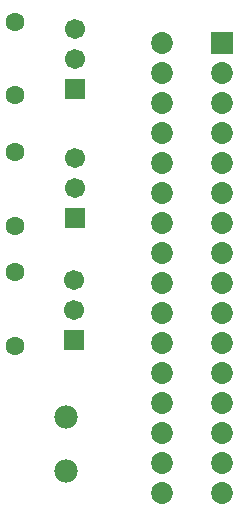
<source format=gts>
G04 Layer_Color=8388736*
%FSLAX23Y23*%
%MOIN*%
G70*
G01*
G75*
%ADD23C,0.078*%
%ADD24C,0.067*%
%ADD25R,0.067X0.067*%
%ADD26C,0.073*%
%ADD27R,0.073X0.073*%
%ADD28C,0.063*%
D23*
X245Y480D02*
D03*
Y300D02*
D03*
D24*
X275Y1772D02*
D03*
Y1672D02*
D03*
Y1242D02*
D03*
Y1342D02*
D03*
X270Y837D02*
D03*
Y937D02*
D03*
D25*
X275Y1572D02*
D03*
Y1142D02*
D03*
X270Y737D02*
D03*
D26*
X565Y1627D02*
D03*
Y1327D02*
D03*
Y1027D02*
D03*
Y727D02*
D03*
Y1727D02*
D03*
Y1527D02*
D03*
Y1427D02*
D03*
Y1227D02*
D03*
Y1127D02*
D03*
Y927D02*
D03*
Y827D02*
D03*
Y627D02*
D03*
X765Y1527D02*
D03*
Y1427D02*
D03*
Y1227D02*
D03*
Y1127D02*
D03*
Y927D02*
D03*
Y827D02*
D03*
Y627D02*
D03*
X565Y227D02*
D03*
Y327D02*
D03*
Y427D02*
D03*
Y527D02*
D03*
X765Y227D02*
D03*
Y327D02*
D03*
Y427D02*
D03*
Y527D02*
D03*
Y1627D02*
D03*
Y1327D02*
D03*
Y1027D02*
D03*
Y727D02*
D03*
D27*
Y1727D02*
D03*
D28*
X75Y1797D02*
D03*
Y1552D02*
D03*
Y1117D02*
D03*
Y1362D02*
D03*
Y717D02*
D03*
Y962D02*
D03*
M02*

</source>
